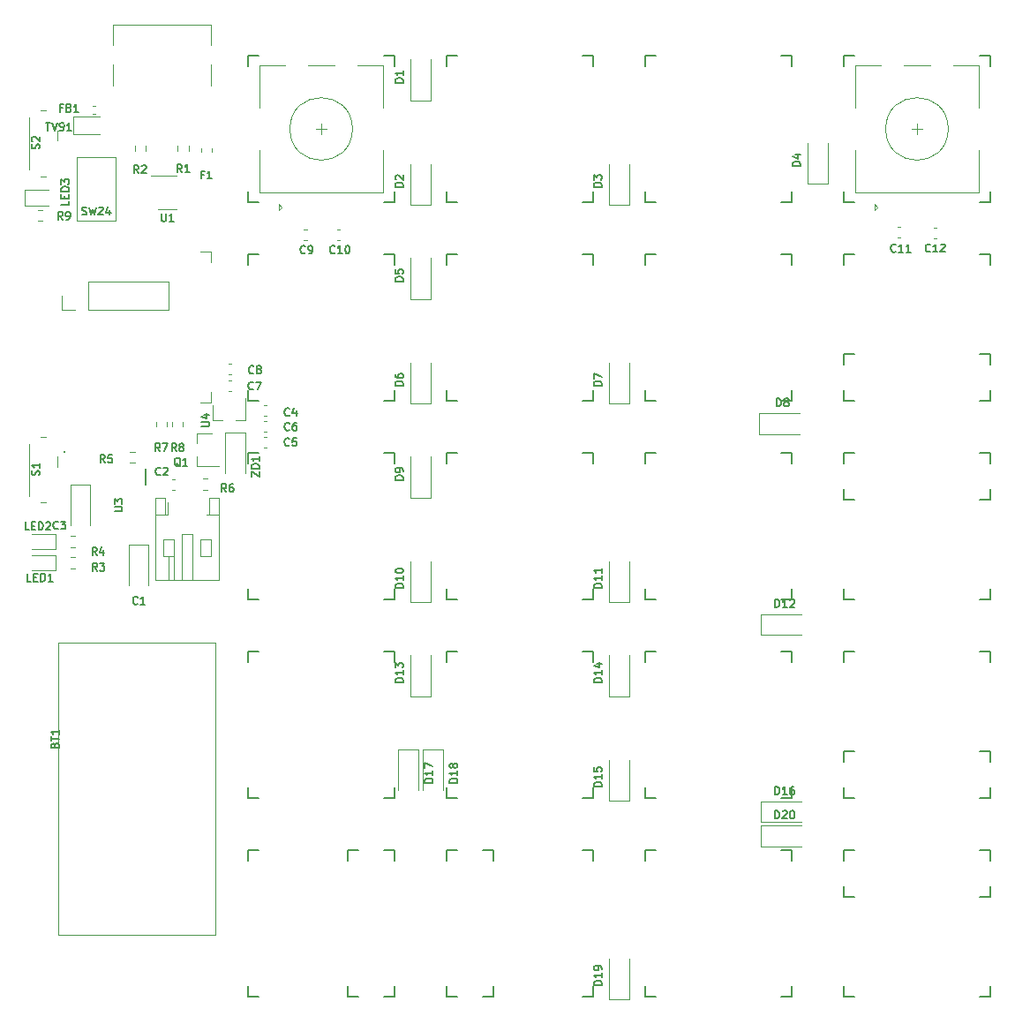
<source format=gbr>
%TF.GenerationSoftware,KiCad,Pcbnew,(5.1.9)-1*%
%TF.CreationDate,2021-08-24T14:53:50+02:00*%
%TF.ProjectId,unWired refernce,756e5769-7265-4642-9072-656665726e63,rev?*%
%TF.SameCoordinates,Original*%
%TF.FileFunction,Legend,Top*%
%TF.FilePolarity,Positive*%
%FSLAX46Y46*%
G04 Gerber Fmt 4.6, Leading zero omitted, Abs format (unit mm)*
G04 Created by KiCad (PCBNEW (5.1.9)-1) date 2021-08-24 14:53:50*
%MOMM*%
%LPD*%
G01*
G04 APERTURE LIST*
%ADD10C,0.200000*%
%ADD11C,0.100000*%
%ADD12C,0.120000*%
%ADD13C,0.150000*%
G04 APERTURE END LIST*
D10*
%TO.C,S2*%
X41860000Y-48960000D02*
G75*
G02*
X41860000Y-48860000I0J50000D01*
G01*
X41860000Y-48860000D02*
G75*
G02*
X41860000Y-48960000I0J-50000D01*
G01*
X41860000Y-48960000D02*
G75*
G02*
X41860000Y-48860000I0J50000D01*
G01*
D11*
X38450000Y-48140000D02*
X38450000Y-53140000D01*
X38450000Y-53140000D02*
X38450000Y-53140000D01*
X38450000Y-53140000D02*
X38450000Y-48140000D01*
X38450000Y-48140000D02*
X38450000Y-48140000D01*
X41150000Y-49390000D02*
X41150000Y-50390000D01*
X41150000Y-50390000D02*
X41150000Y-50390000D01*
X41150000Y-50390000D02*
X41150000Y-49390000D01*
X41150000Y-49390000D02*
X41150000Y-49390000D01*
X40050000Y-47490000D02*
X40050000Y-47490000D01*
X40050000Y-47490000D02*
X39550000Y-47490000D01*
X39550000Y-47490000D02*
X39550000Y-47490000D01*
X39550000Y-47490000D02*
X40050000Y-47490000D01*
X40050000Y-53790000D02*
X40050000Y-53790000D01*
X40050000Y-53790000D02*
X39550000Y-53790000D01*
X39550000Y-53790000D02*
X39550000Y-53790000D01*
X39550000Y-53790000D02*
X40050000Y-53790000D01*
D10*
X41860000Y-48860000D02*
X41860000Y-48860000D01*
X41860000Y-48960000D02*
X41860000Y-48960000D01*
X41860000Y-48860000D02*
X41860000Y-48860000D01*
%TO.C,S1*%
X41860000Y-80260000D02*
G75*
G02*
X41860000Y-80160000I0J50000D01*
G01*
X41860000Y-80160000D02*
G75*
G02*
X41860000Y-80260000I0J-50000D01*
G01*
X41860000Y-80260000D02*
G75*
G02*
X41860000Y-80160000I0J50000D01*
G01*
D11*
X38450000Y-79440000D02*
X38450000Y-84440000D01*
X38450000Y-84440000D02*
X38450000Y-84440000D01*
X38450000Y-84440000D02*
X38450000Y-79440000D01*
X38450000Y-79440000D02*
X38450000Y-79440000D01*
X41150000Y-80690000D02*
X41150000Y-81690000D01*
X41150000Y-81690000D02*
X41150000Y-81690000D01*
X41150000Y-81690000D02*
X41150000Y-80690000D01*
X41150000Y-80690000D02*
X41150000Y-80690000D01*
X40050000Y-78790000D02*
X40050000Y-78790000D01*
X40050000Y-78790000D02*
X39550000Y-78790000D01*
X39550000Y-78790000D02*
X39550000Y-78790000D01*
X39550000Y-78790000D02*
X40050000Y-78790000D01*
X40050000Y-85090000D02*
X40050000Y-85090000D01*
X40050000Y-85090000D02*
X39550000Y-85090000D01*
X39550000Y-85090000D02*
X39550000Y-85090000D01*
X39550000Y-85090000D02*
X40050000Y-85090000D01*
D10*
X41860000Y-80160000D02*
X41860000Y-80160000D01*
X41860000Y-80260000D02*
X41860000Y-80260000D01*
X41860000Y-80160000D02*
X41860000Y-80160000D01*
D12*
%TO.C,R9*%
X39292742Y-57047500D02*
X39767258Y-57047500D01*
X39292742Y-58092500D02*
X39767258Y-58092500D01*
%TO.C,LED3*%
X40350000Y-55105000D02*
X38065000Y-55105000D01*
X38065000Y-55105000D02*
X38065000Y-56575000D01*
X38065000Y-56575000D02*
X40350000Y-56575000D01*
%TO.C,J3*%
X51870000Y-66580000D02*
X51870000Y-63920000D01*
X44190000Y-66580000D02*
X51870000Y-66580000D01*
X44190000Y-63920000D02*
X51870000Y-63920000D01*
X44190000Y-66580000D02*
X44190000Y-63920000D01*
X42920000Y-66580000D02*
X41590000Y-66580000D01*
X41590000Y-66580000D02*
X41590000Y-65250000D01*
%TO.C,U2*%
X54880000Y-75520000D02*
X55880000Y-75520000D01*
X54880000Y-61020000D02*
X55880000Y-61020000D01*
X55880000Y-62020000D02*
X55880000Y-61020000D01*
X55880000Y-74520000D02*
X55880000Y-75520000D01*
D10*
%TO.C,U3*%
X49675000Y-81865000D02*
X49675000Y-83390000D01*
D12*
%TO.C,BT1*%
X41310000Y-98510000D02*
X56310000Y-98510000D01*
X41310000Y-126510000D02*
X41310000Y-98510000D01*
X56310000Y-126510000D02*
X41310000Y-126510000D01*
X56310000Y-98510000D02*
X56310000Y-126510000D01*
%TO.C,ENC2*%
X126650000Y-49250000D02*
G75*
G03*
X126650000Y-49250000I-3000000J0D01*
G01*
X117750000Y-47250000D02*
X117750000Y-43150000D01*
X129550000Y-43150000D02*
X129550000Y-47250000D01*
X129550000Y-51250000D02*
X129550000Y-55350000D01*
X117750000Y-51250000D02*
X117750000Y-55350000D01*
X117750000Y-55350000D02*
X129550000Y-55350000D01*
X119850000Y-56750000D02*
X119550000Y-57050000D01*
X119550000Y-57050000D02*
X119550000Y-56450000D01*
X119550000Y-56450000D02*
X119850000Y-56750000D01*
X117750000Y-43150000D02*
X120150000Y-43150000D01*
X122350000Y-43150000D02*
X124950000Y-43150000D01*
X127150000Y-43150000D02*
X129550000Y-43150000D01*
X123150000Y-49250000D02*
X124150000Y-49250000D01*
X123650000Y-49750000D02*
X123650000Y-48750000D01*
%TO.C,ENC1*%
X69500000Y-49250000D02*
G75*
G03*
X69500000Y-49250000I-3000000J0D01*
G01*
X60600000Y-47250000D02*
X60600000Y-43150000D01*
X72400000Y-43150000D02*
X72400000Y-47250000D01*
X72400000Y-51250000D02*
X72400000Y-55350000D01*
X60600000Y-51250000D02*
X60600000Y-55350000D01*
X60600000Y-55350000D02*
X72400000Y-55350000D01*
X62700000Y-56750000D02*
X62400000Y-57050000D01*
X62400000Y-57050000D02*
X62400000Y-56450000D01*
X62400000Y-56450000D02*
X62700000Y-56750000D01*
X60600000Y-43150000D02*
X63000000Y-43150000D01*
X65200000Y-43150000D02*
X67800000Y-43150000D01*
X70000000Y-43150000D02*
X72400000Y-43150000D01*
X66000000Y-49250000D02*
X67000000Y-49250000D01*
X66500000Y-49750000D02*
X66500000Y-48750000D01*
%TO.C,J2*%
X51770000Y-86250000D02*
X51770000Y-85035000D01*
X51830000Y-90210000D02*
X51830000Y-92470000D01*
X52330000Y-90210000D02*
X52330000Y-92470000D01*
X54930000Y-88610000D02*
X55930000Y-88610000D01*
X54930000Y-90210000D02*
X54930000Y-88610000D01*
X55930000Y-90210000D02*
X54930000Y-90210000D01*
X55930000Y-88610000D02*
X55930000Y-90210000D01*
X52330000Y-88610000D02*
X51330000Y-88610000D01*
X52330000Y-90210000D02*
X52330000Y-88610000D01*
X51330000Y-90210000D02*
X52330000Y-90210000D01*
X51330000Y-88610000D02*
X51330000Y-90210000D01*
X56690000Y-86250000D02*
X55770000Y-86250000D01*
X50570000Y-86250000D02*
X51490000Y-86250000D01*
X54130000Y-88110000D02*
X54130000Y-92470000D01*
X53130000Y-88110000D02*
X54130000Y-88110000D01*
X53130000Y-92470000D02*
X53130000Y-88110000D01*
X55770000Y-86250000D02*
X55490000Y-86250000D01*
X55770000Y-84650000D02*
X55770000Y-86250000D01*
X56690000Y-84650000D02*
X55770000Y-84650000D01*
X56690000Y-92470000D02*
X56690000Y-84650000D01*
X50570000Y-92470000D02*
X56690000Y-92470000D01*
X50570000Y-84650000D02*
X50570000Y-92470000D01*
X51490000Y-84650000D02*
X50570000Y-84650000D01*
X51490000Y-86250000D02*
X51490000Y-84650000D01*
X51770000Y-86250000D02*
X51490000Y-86250000D01*
%TO.C,Q1*%
X54550000Y-78440000D02*
X56010000Y-78440000D01*
X54550000Y-81600000D02*
X56710000Y-81600000D01*
X54550000Y-81600000D02*
X54550000Y-80670000D01*
X54550000Y-78440000D02*
X54550000Y-79370000D01*
%TO.C,SW24*%
X43092000Y-58051000D02*
X43092000Y-51931000D01*
X43092000Y-51931000D02*
X46792000Y-51931000D01*
X46792000Y-51931000D02*
X46792000Y-58051000D01*
X46792000Y-58051000D02*
X43092000Y-58051000D01*
D13*
%TO.C,SW20*%
X130650000Y-118450000D02*
X130650000Y-119450000D01*
X129650000Y-132450000D02*
X130650000Y-132450000D01*
X130650000Y-118450000D02*
X129650000Y-118450000D01*
X130650000Y-131450000D02*
X130650000Y-132450000D01*
X116650000Y-132450000D02*
X116650000Y-131450000D01*
X117650000Y-118450000D02*
X116650000Y-118450000D01*
X116650000Y-132450000D02*
X117650000Y-132450000D01*
X116650000Y-119450000D02*
X116650000Y-118450000D01*
%TO.C,SW19*%
X111600000Y-118450000D02*
X111600000Y-119450000D01*
X110600000Y-132450000D02*
X111600000Y-132450000D01*
X111600000Y-118450000D02*
X110600000Y-118450000D01*
X111600000Y-131450000D02*
X111600000Y-132450000D01*
X97600000Y-132450000D02*
X97600000Y-131450000D01*
X98600000Y-118450000D02*
X97600000Y-118450000D01*
X97600000Y-132450000D02*
X98600000Y-132450000D01*
X97600000Y-119450000D02*
X97600000Y-118450000D01*
%TO.C,SW18*%
X92550000Y-118450000D02*
X92550000Y-119450000D01*
X91550000Y-132450000D02*
X92550000Y-132450000D01*
X92550000Y-118450000D02*
X91550000Y-118450000D01*
X92550000Y-131450000D02*
X92550000Y-132450000D01*
X78550000Y-132450000D02*
X78550000Y-131450000D01*
X79550000Y-118450000D02*
X78550000Y-118450000D01*
X78550000Y-132450000D02*
X79550000Y-132450000D01*
X78550000Y-119450000D02*
X78550000Y-118450000D01*
%TO.C,SW17*%
X73500000Y-118450000D02*
X73500000Y-119450000D01*
X72500000Y-132450000D02*
X73500000Y-132450000D01*
X73500000Y-118450000D02*
X72500000Y-118450000D01*
X73500000Y-131450000D02*
X73500000Y-132450000D01*
X59500000Y-132450000D02*
X59500000Y-131450000D01*
X60500000Y-118450000D02*
X59500000Y-118450000D01*
X59500000Y-132450000D02*
X60500000Y-132450000D01*
X59500000Y-119450000D02*
X59500000Y-118450000D01*
%TO.C,SW23*%
X83025000Y-118450000D02*
X83025000Y-119450000D01*
X82025000Y-132450000D02*
X83025000Y-132450000D01*
X83025000Y-118450000D02*
X82025000Y-118450000D01*
X83025000Y-131450000D02*
X83025000Y-132450000D01*
X69025000Y-132450000D02*
X69025000Y-131450000D01*
X70025000Y-118450000D02*
X69025000Y-118450000D01*
X69025000Y-132450000D02*
X70025000Y-132450000D01*
X69025000Y-119450000D02*
X69025000Y-118450000D01*
%TO.C,SW22*%
X116650000Y-122925000D02*
X116650000Y-121925000D01*
X117650000Y-108925000D02*
X116650000Y-108925000D01*
X116650000Y-122925000D02*
X117650000Y-122925000D01*
X116650000Y-109925000D02*
X116650000Y-108925000D01*
X130650000Y-108925000D02*
X130650000Y-109925000D01*
X129650000Y-122925000D02*
X130650000Y-122925000D01*
X130650000Y-108925000D02*
X129650000Y-108925000D01*
X130650000Y-121925000D02*
X130650000Y-122925000D01*
%TO.C,SW16*%
X130650000Y-112400000D02*
X130650000Y-113400000D01*
X130650000Y-99400000D02*
X129650000Y-99400000D01*
X129650000Y-113400000D02*
X130650000Y-113400000D01*
X130650000Y-99400000D02*
X130650000Y-100400000D01*
X116650000Y-100400000D02*
X116650000Y-99400000D01*
X116650000Y-113400000D02*
X117650000Y-113400000D01*
X117650000Y-99400000D02*
X116650000Y-99400000D01*
X116650000Y-113400000D02*
X116650000Y-112400000D01*
%TO.C,SW15*%
X111600000Y-99400000D02*
X111600000Y-100400000D01*
X110600000Y-113400000D02*
X111600000Y-113400000D01*
X111600000Y-99400000D02*
X110600000Y-99400000D01*
X111600000Y-112400000D02*
X111600000Y-113400000D01*
X97600000Y-113400000D02*
X97600000Y-112400000D01*
X98600000Y-99400000D02*
X97600000Y-99400000D01*
X97600000Y-113400000D02*
X98600000Y-113400000D01*
X97600000Y-100400000D02*
X97600000Y-99400000D01*
%TO.C,SW14*%
X92550000Y-99400000D02*
X92550000Y-100400000D01*
X91550000Y-113400000D02*
X92550000Y-113400000D01*
X92550000Y-99400000D02*
X91550000Y-99400000D01*
X92550000Y-112400000D02*
X92550000Y-113400000D01*
X78550000Y-113400000D02*
X78550000Y-112400000D01*
X79550000Y-99400000D02*
X78550000Y-99400000D01*
X78550000Y-113400000D02*
X79550000Y-113400000D01*
X78550000Y-100400000D02*
X78550000Y-99400000D01*
%TO.C,SW13*%
X73500000Y-99400000D02*
X73500000Y-100400000D01*
X72500000Y-113400000D02*
X73500000Y-113400000D01*
X73500000Y-99400000D02*
X72500000Y-99400000D01*
X73500000Y-112400000D02*
X73500000Y-113400000D01*
X59500000Y-113400000D02*
X59500000Y-112400000D01*
X60500000Y-99400000D02*
X59500000Y-99400000D01*
X59500000Y-113400000D02*
X60500000Y-113400000D01*
X59500000Y-100400000D02*
X59500000Y-99400000D01*
%TO.C,SW21*%
X116650000Y-84825000D02*
X116650000Y-83825000D01*
X117650000Y-70825000D02*
X116650000Y-70825000D01*
X116650000Y-84825000D02*
X117650000Y-84825000D01*
X116650000Y-71825000D02*
X116650000Y-70825000D01*
X130650000Y-70825000D02*
X130650000Y-71825000D01*
X129650000Y-84825000D02*
X130650000Y-84825000D01*
X130650000Y-70825000D02*
X129650000Y-70825000D01*
X130650000Y-83825000D02*
X130650000Y-84825000D01*
%TO.C,SW12*%
X130650000Y-80350000D02*
X130650000Y-81350000D01*
X129650000Y-94350000D02*
X130650000Y-94350000D01*
X130650000Y-80350000D02*
X129650000Y-80350000D01*
X130650000Y-93350000D02*
X130650000Y-94350000D01*
X116650000Y-94350000D02*
X116650000Y-93350000D01*
X117650000Y-80350000D02*
X116650000Y-80350000D01*
X116650000Y-94350000D02*
X117650000Y-94350000D01*
X116650000Y-81350000D02*
X116650000Y-80350000D01*
%TO.C,SW11*%
X111600000Y-80350000D02*
X111600000Y-81350000D01*
X110600000Y-94350000D02*
X111600000Y-94350000D01*
X111600000Y-80350000D02*
X110600000Y-80350000D01*
X111600000Y-93350000D02*
X111600000Y-94350000D01*
X97600000Y-94350000D02*
X97600000Y-93350000D01*
X98600000Y-80350000D02*
X97600000Y-80350000D01*
X97600000Y-94350000D02*
X98600000Y-94350000D01*
X97600000Y-81350000D02*
X97600000Y-80350000D01*
%TO.C,SW10*%
X92550000Y-80350000D02*
X92550000Y-81350000D01*
X91550000Y-94350000D02*
X92550000Y-94350000D01*
X92550000Y-80350000D02*
X91550000Y-80350000D01*
X92550000Y-93350000D02*
X92550000Y-94350000D01*
X78550000Y-94350000D02*
X78550000Y-93350000D01*
X79550000Y-80350000D02*
X78550000Y-80350000D01*
X78550000Y-94350000D02*
X79550000Y-94350000D01*
X78550000Y-81350000D02*
X78550000Y-80350000D01*
%TO.C,SW9*%
X73500000Y-80350000D02*
X73500000Y-81350000D01*
X72500000Y-94350000D02*
X73500000Y-94350000D01*
X73500000Y-80350000D02*
X72500000Y-80350000D01*
X73500000Y-93350000D02*
X73500000Y-94350000D01*
X59500000Y-94350000D02*
X59500000Y-93350000D01*
X60500000Y-80350000D02*
X59500000Y-80350000D01*
X59500000Y-94350000D02*
X60500000Y-94350000D01*
X59500000Y-81350000D02*
X59500000Y-80350000D01*
%TO.C,SW8*%
X116650000Y-75300000D02*
X116650000Y-74300000D01*
X117650000Y-61300000D02*
X116650000Y-61300000D01*
X116650000Y-75300000D02*
X117650000Y-75300000D01*
X116650000Y-62300000D02*
X116650000Y-61300000D01*
X130650000Y-61300000D02*
X130650000Y-62300000D01*
X129650000Y-75300000D02*
X130650000Y-75300000D01*
X130650000Y-61300000D02*
X129650000Y-61300000D01*
X130650000Y-74300000D02*
X130650000Y-75300000D01*
%TO.C,SW7*%
X111600000Y-61300000D02*
X111600000Y-62300000D01*
X110600000Y-75300000D02*
X111600000Y-75300000D01*
X111600000Y-61300000D02*
X110600000Y-61300000D01*
X111600000Y-74300000D02*
X111600000Y-75300000D01*
X97600000Y-75300000D02*
X97600000Y-74300000D01*
X98600000Y-61300000D02*
X97600000Y-61300000D01*
X97600000Y-75300000D02*
X98600000Y-75300000D01*
X97600000Y-62300000D02*
X97600000Y-61300000D01*
%TO.C,SW6*%
X92550000Y-61300000D02*
X92550000Y-62300000D01*
X91550000Y-75300000D02*
X92550000Y-75300000D01*
X92550000Y-61300000D02*
X91550000Y-61300000D01*
X92550000Y-74300000D02*
X92550000Y-75300000D01*
X78550000Y-75300000D02*
X78550000Y-74300000D01*
X79550000Y-61300000D02*
X78550000Y-61300000D01*
X78550000Y-75300000D02*
X79550000Y-75300000D01*
X78550000Y-62300000D02*
X78550000Y-61300000D01*
%TO.C,SW5*%
X73500000Y-61300000D02*
X73500000Y-62300000D01*
X72500000Y-75300000D02*
X73500000Y-75300000D01*
X73500000Y-61300000D02*
X72500000Y-61300000D01*
X73500000Y-74300000D02*
X73500000Y-75300000D01*
X59500000Y-75300000D02*
X59500000Y-74300000D01*
X60500000Y-61300000D02*
X59500000Y-61300000D01*
X59500000Y-75300000D02*
X60500000Y-75300000D01*
X59500000Y-62300000D02*
X59500000Y-61300000D01*
%TO.C,SW4*%
X130650000Y-42250000D02*
X130650000Y-43250000D01*
X129650000Y-56250000D02*
X130650000Y-56250000D01*
X130650000Y-42250000D02*
X129650000Y-42250000D01*
X130650000Y-55250000D02*
X130650000Y-56250000D01*
X116650000Y-56250000D02*
X116650000Y-55250000D01*
X117650000Y-42250000D02*
X116650000Y-42250000D01*
X116650000Y-56250000D02*
X117650000Y-56250000D01*
X116650000Y-43250000D02*
X116650000Y-42250000D01*
%TO.C,SW3*%
X111600000Y-42250000D02*
X111600000Y-43250000D01*
X110600000Y-56250000D02*
X111600000Y-56250000D01*
X111600000Y-42250000D02*
X110600000Y-42250000D01*
X111600000Y-55250000D02*
X111600000Y-56250000D01*
X97600000Y-56250000D02*
X97600000Y-55250000D01*
X98600000Y-42250000D02*
X97600000Y-42250000D01*
X97600000Y-56250000D02*
X98600000Y-56250000D01*
X97600000Y-43250000D02*
X97600000Y-42250000D01*
%TO.C,SW2*%
X92550000Y-42250000D02*
X92550000Y-43250000D01*
X91550000Y-56250000D02*
X92550000Y-56250000D01*
X92550000Y-42250000D02*
X91550000Y-42250000D01*
X92550000Y-55250000D02*
X92550000Y-56250000D01*
X78550000Y-56250000D02*
X78550000Y-55250000D01*
X79550000Y-42250000D02*
X78550000Y-42250000D01*
X78550000Y-56250000D02*
X79550000Y-56250000D01*
X78550000Y-43250000D02*
X78550000Y-42250000D01*
%TO.C,SW1*%
X73500000Y-42250000D02*
X73500000Y-43250000D01*
X72500000Y-56250000D02*
X73500000Y-56250000D01*
X73500000Y-42250000D02*
X72500000Y-42250000D01*
X73500000Y-55250000D02*
X73500000Y-56250000D01*
X59500000Y-56250000D02*
X59500000Y-55250000D01*
X60500000Y-42250000D02*
X59500000Y-42250000D01*
X59500000Y-56250000D02*
X60500000Y-56250000D01*
X59500000Y-43250000D02*
X59500000Y-42250000D01*
D12*
%TO.C,D20*%
X108690000Y-116050000D02*
X112590000Y-116050000D01*
X108690000Y-118050000D02*
X112590000Y-118050000D01*
X108690000Y-116050000D02*
X108690000Y-118050000D01*
%TO.C,D19*%
X94075000Y-132700000D02*
X94075000Y-128800000D01*
X96075000Y-132700000D02*
X96075000Y-128800000D01*
X94075000Y-132700000D02*
X96075000Y-132700000D01*
%TO.C,D18*%
X78220000Y-108800000D02*
X78220000Y-112700000D01*
X76220000Y-108800000D02*
X76220000Y-112700000D01*
X78220000Y-108800000D02*
X76220000Y-108800000D01*
%TO.C,D17*%
X75840000Y-108790000D02*
X75840000Y-112690000D01*
X73840000Y-108790000D02*
X73840000Y-112690000D01*
X75840000Y-108790000D02*
X73840000Y-108790000D01*
%TO.C,D16*%
X108690000Y-113750000D02*
X112590000Y-113750000D01*
X108690000Y-115750000D02*
X112590000Y-115750000D01*
X108690000Y-113750000D02*
X108690000Y-115750000D01*
%TO.C,D15*%
X94075000Y-113650000D02*
X94075000Y-109750000D01*
X96075000Y-113650000D02*
X96075000Y-109750000D01*
X94075000Y-113650000D02*
X96075000Y-113650000D01*
%TO.C,D14*%
X94075000Y-103650000D02*
X94075000Y-99750000D01*
X96075000Y-103650000D02*
X96075000Y-99750000D01*
X94075000Y-103650000D02*
X96075000Y-103650000D01*
%TO.C,D13*%
X75025000Y-103650000D02*
X75025000Y-99750000D01*
X77025000Y-103650000D02*
X77025000Y-99750000D01*
X75025000Y-103650000D02*
X77025000Y-103650000D01*
%TO.C,D12*%
X108690000Y-95790000D02*
X112590000Y-95790000D01*
X108690000Y-97790000D02*
X112590000Y-97790000D01*
X108690000Y-95790000D02*
X108690000Y-97790000D01*
%TO.C,D11*%
X94075000Y-94600000D02*
X94075000Y-90700000D01*
X96075000Y-94600000D02*
X96075000Y-90700000D01*
X94075000Y-94600000D02*
X96075000Y-94600000D01*
%TO.C,D10*%
X75025000Y-94600000D02*
X75025000Y-90700000D01*
X77025000Y-94600000D02*
X77025000Y-90700000D01*
X75025000Y-94600000D02*
X77025000Y-94600000D01*
%TO.C,D9*%
X75025000Y-84600000D02*
X75025000Y-80700000D01*
X77025000Y-84600000D02*
X77025000Y-80700000D01*
X75025000Y-84600000D02*
X77025000Y-84600000D01*
%TO.C,D8*%
X108500000Y-76510000D02*
X112400000Y-76510000D01*
X108500000Y-78510000D02*
X112400000Y-78510000D01*
X108500000Y-76510000D02*
X108500000Y-78510000D01*
%TO.C,D7*%
X94075000Y-75550000D02*
X94075000Y-71650000D01*
X96075000Y-75550000D02*
X96075000Y-71650000D01*
X94075000Y-75550000D02*
X96075000Y-75550000D01*
%TO.C,D6*%
X75025000Y-75550000D02*
X75025000Y-71650000D01*
X77025000Y-75550000D02*
X77025000Y-71650000D01*
X75025000Y-75550000D02*
X77025000Y-75550000D01*
%TO.C,D5*%
X75025000Y-65550000D02*
X75025000Y-61650000D01*
X77025000Y-65550000D02*
X77025000Y-61650000D01*
X75025000Y-65550000D02*
X77025000Y-65550000D01*
%TO.C,D4*%
X113125000Y-54500000D02*
X113125000Y-50600000D01*
X115125000Y-54500000D02*
X115125000Y-50600000D01*
X113125000Y-54500000D02*
X115125000Y-54500000D01*
%TO.C,D3*%
X94075000Y-56500000D02*
X94075000Y-52600000D01*
X96075000Y-56500000D02*
X96075000Y-52600000D01*
X94075000Y-56500000D02*
X96075000Y-56500000D01*
%TO.C,D2*%
X75025000Y-56500000D02*
X75025000Y-52600000D01*
X77025000Y-56500000D02*
X77025000Y-52600000D01*
X75025000Y-56500000D02*
X77025000Y-56500000D01*
%TO.C,D1*%
X75025000Y-46500000D02*
X75025000Y-42600000D01*
X77025000Y-46500000D02*
X77025000Y-42600000D01*
X75025000Y-46500000D02*
X77025000Y-46500000D01*
%TO.C,C12*%
X125239420Y-59730000D02*
X125520580Y-59730000D01*
X125239420Y-58710000D02*
X125520580Y-58710000D01*
%TO.C,C11*%
X121779420Y-59700000D02*
X122060580Y-59700000D01*
X121779420Y-58680000D02*
X122060580Y-58680000D01*
%TO.C,C10*%
X67989420Y-59920000D02*
X68270580Y-59920000D01*
X67989420Y-58900000D02*
X68270580Y-58900000D01*
%TO.C,C9*%
X64829420Y-59910000D02*
X65110580Y-59910000D01*
X64829420Y-58890000D02*
X65110580Y-58890000D01*
%TO.C,R8*%
X53252500Y-77817258D02*
X53252500Y-77342742D01*
X52207500Y-77817258D02*
X52207500Y-77342742D01*
%TO.C,R7*%
X50657500Y-77342742D02*
X50657500Y-77817258D01*
X51702500Y-77342742D02*
X51702500Y-77817258D01*
%TO.C,U4*%
X56080000Y-77200000D02*
X56080000Y-75740000D01*
X59240000Y-77200000D02*
X59240000Y-75040000D01*
X59240000Y-77200000D02*
X58310000Y-77200000D01*
X56080000Y-77200000D02*
X57010000Y-77200000D01*
%TO.C,C8*%
X57621420Y-72807000D02*
X57902580Y-72807000D01*
X57621420Y-71787000D02*
X57902580Y-71787000D01*
%TO.C,C7*%
X57621420Y-74397000D02*
X57902580Y-74397000D01*
X57621420Y-73377000D02*
X57902580Y-73377000D01*
%TO.C,C6*%
X60985420Y-78254000D02*
X61266580Y-78254000D01*
X60985420Y-77234000D02*
X61266580Y-77234000D01*
%TO.C,C5*%
X60979420Y-79780000D02*
X61260580Y-79780000D01*
X60979420Y-78760000D02*
X61260580Y-78760000D01*
%TO.C,C4*%
X60985420Y-76730000D02*
X61266580Y-76730000D01*
X60985420Y-75710000D02*
X61266580Y-75710000D01*
%TO.C,R6*%
X55134742Y-83850500D02*
X55609258Y-83850500D01*
X55134742Y-82805500D02*
X55609258Y-82805500D01*
%TO.C,ZD1*%
X59240000Y-78370000D02*
X59240000Y-82270000D01*
X57240000Y-78370000D02*
X57240000Y-82270000D01*
X59240000Y-78370000D02*
X57240000Y-78370000D01*
%TO.C,C3*%
X42465000Y-83370000D02*
X42465000Y-87280000D01*
X44335000Y-83370000D02*
X42465000Y-83370000D01*
X44335000Y-87280000D02*
X44335000Y-83370000D01*
%TO.C,LED1*%
X41005000Y-90137000D02*
X38720000Y-90137000D01*
X41005000Y-91607000D02*
X41005000Y-90137000D01*
X38720000Y-91607000D02*
X41005000Y-91607000D01*
%TO.C,LED2*%
X41005000Y-88083000D02*
X38720000Y-88083000D01*
X41005000Y-89553000D02*
X41005000Y-88083000D01*
X38720000Y-89553000D02*
X41005000Y-89553000D01*
%TO.C,C2*%
X52464580Y-82818000D02*
X52183420Y-82818000D01*
X52464580Y-83838000D02*
X52183420Y-83838000D01*
%TO.C,C1*%
X48055000Y-89110000D02*
X48055000Y-93020000D01*
X49925000Y-89110000D02*
X48055000Y-89110000D01*
X49925000Y-93020000D02*
X49925000Y-89110000D01*
%TO.C,R5*%
X48637258Y-80247500D02*
X48162742Y-80247500D01*
X48637258Y-81292500D02*
X48162742Y-81292500D01*
%TO.C,R4*%
X42917258Y-88295500D02*
X42442742Y-88295500D01*
X42917258Y-89340500D02*
X42442742Y-89340500D01*
%TO.C,R3*%
X42442742Y-91394500D02*
X42917258Y-91394500D01*
X42442742Y-90349500D02*
X42917258Y-90349500D01*
%TO.C,TVS1*%
X42696000Y-48045000D02*
X45246000Y-48045000D01*
X42696000Y-49745000D02*
X45246000Y-49745000D01*
X42696000Y-48045000D02*
X42696000Y-49745000D01*
%TO.C,F1*%
X55990000Y-51488335D02*
X55990000Y-51111665D01*
X54970000Y-51488335D02*
X54970000Y-51111665D01*
%TO.C,FB1*%
X44536379Y-47780000D02*
X44871621Y-47780000D01*
X44536379Y-47020000D02*
X44871621Y-47020000D01*
%TO.C,J1*%
X55930000Y-39270000D02*
X46530000Y-39270000D01*
X46530000Y-45070000D02*
X46530000Y-43070000D01*
X46530000Y-41170000D02*
X46530000Y-39270000D01*
X55930000Y-45070000D02*
X55930000Y-43070000D01*
X55930000Y-41170000D02*
X55930000Y-39270000D01*
%TO.C,R2*%
X48627500Y-51337258D02*
X48627500Y-50862742D01*
X49672500Y-51337258D02*
X49672500Y-50862742D01*
%TO.C,R1*%
X52737500Y-51337258D02*
X52737500Y-50862742D01*
X53782500Y-51337258D02*
X53782500Y-50862742D01*
%TO.C,U1*%
X50810000Y-56920000D02*
X52610000Y-56920000D01*
X52610000Y-53700000D02*
X50160000Y-53700000D01*
%TO.C,S2*%
D13*
X39453571Y-51151428D02*
X39489285Y-51044285D01*
X39489285Y-50865714D01*
X39453571Y-50794285D01*
X39417857Y-50758571D01*
X39346428Y-50722857D01*
X39275000Y-50722857D01*
X39203571Y-50758571D01*
X39167857Y-50794285D01*
X39132142Y-50865714D01*
X39096428Y-51008571D01*
X39060714Y-51080000D01*
X39025000Y-51115714D01*
X38953571Y-51151428D01*
X38882142Y-51151428D01*
X38810714Y-51115714D01*
X38775000Y-51080000D01*
X38739285Y-51008571D01*
X38739285Y-50830000D01*
X38775000Y-50722857D01*
X38810714Y-50437142D02*
X38775000Y-50401428D01*
X38739285Y-50330000D01*
X38739285Y-50151428D01*
X38775000Y-50080000D01*
X38810714Y-50044285D01*
X38882142Y-50008571D01*
X38953571Y-50008571D01*
X39060714Y-50044285D01*
X39489285Y-50472857D01*
X39489285Y-50008571D01*
%TO.C,S1*%
X39453571Y-82451428D02*
X39489285Y-82344285D01*
X39489285Y-82165714D01*
X39453571Y-82094285D01*
X39417857Y-82058571D01*
X39346428Y-82022857D01*
X39275000Y-82022857D01*
X39203571Y-82058571D01*
X39167857Y-82094285D01*
X39132142Y-82165714D01*
X39096428Y-82308571D01*
X39060714Y-82380000D01*
X39025000Y-82415714D01*
X38953571Y-82451428D01*
X38882142Y-82451428D01*
X38810714Y-82415714D01*
X38775000Y-82380000D01*
X38739285Y-82308571D01*
X38739285Y-82130000D01*
X38775000Y-82022857D01*
X39489285Y-81308571D02*
X39489285Y-81737142D01*
X39489285Y-81522857D02*
X38739285Y-81522857D01*
X38846428Y-81594285D01*
X38917857Y-81665714D01*
X38953571Y-81737142D01*
%TO.C,R9*%
X41705000Y-57949285D02*
X41455000Y-57592142D01*
X41276428Y-57949285D02*
X41276428Y-57199285D01*
X41562142Y-57199285D01*
X41633571Y-57235000D01*
X41669285Y-57270714D01*
X41705000Y-57342142D01*
X41705000Y-57449285D01*
X41669285Y-57520714D01*
X41633571Y-57556428D01*
X41562142Y-57592142D01*
X41276428Y-57592142D01*
X42062142Y-57949285D02*
X42205000Y-57949285D01*
X42276428Y-57913571D01*
X42312142Y-57877857D01*
X42383571Y-57770714D01*
X42419285Y-57627857D01*
X42419285Y-57342142D01*
X42383571Y-57270714D01*
X42347857Y-57235000D01*
X42276428Y-57199285D01*
X42133571Y-57199285D01*
X42062142Y-57235000D01*
X42026428Y-57270714D01*
X41990714Y-57342142D01*
X41990714Y-57520714D01*
X42026428Y-57592142D01*
X42062142Y-57627857D01*
X42133571Y-57663571D01*
X42276428Y-57663571D01*
X42347857Y-57627857D01*
X42383571Y-57592142D01*
X42419285Y-57520714D01*
%TO.C,LED3*%
X42289285Y-56149285D02*
X42289285Y-56506428D01*
X41539285Y-56506428D01*
X41896428Y-55899285D02*
X41896428Y-55649285D01*
X42289285Y-55542142D02*
X42289285Y-55899285D01*
X41539285Y-55899285D01*
X41539285Y-55542142D01*
X42289285Y-55220714D02*
X41539285Y-55220714D01*
X41539285Y-55042142D01*
X41575000Y-54935000D01*
X41646428Y-54863571D01*
X41717857Y-54827857D01*
X41860714Y-54792142D01*
X41967857Y-54792142D01*
X42110714Y-54827857D01*
X42182142Y-54863571D01*
X42253571Y-54935000D01*
X42289285Y-55042142D01*
X42289285Y-55220714D01*
X41539285Y-54542142D02*
X41539285Y-54077857D01*
X41825000Y-54327857D01*
X41825000Y-54220714D01*
X41860714Y-54149285D01*
X41896428Y-54113571D01*
X41967857Y-54077857D01*
X42146428Y-54077857D01*
X42217857Y-54113571D01*
X42253571Y-54149285D01*
X42289285Y-54220714D01*
X42289285Y-54435000D01*
X42253571Y-54506428D01*
X42217857Y-54542142D01*
%TO.C,U3*%
X46659285Y-85911428D02*
X47266428Y-85911428D01*
X47337857Y-85875714D01*
X47373571Y-85840000D01*
X47409285Y-85768571D01*
X47409285Y-85625714D01*
X47373571Y-85554285D01*
X47337857Y-85518571D01*
X47266428Y-85482857D01*
X46659285Y-85482857D01*
X46659285Y-85197142D02*
X46659285Y-84732857D01*
X46945000Y-84982857D01*
X46945000Y-84875714D01*
X46980714Y-84804285D01*
X47016428Y-84768571D01*
X47087857Y-84732857D01*
X47266428Y-84732857D01*
X47337857Y-84768571D01*
X47373571Y-84804285D01*
X47409285Y-84875714D01*
X47409285Y-85090000D01*
X47373571Y-85161428D01*
X47337857Y-85197142D01*
%TO.C,BT1*%
X40946428Y-108329285D02*
X40982142Y-108222142D01*
X41017857Y-108186428D01*
X41089285Y-108150714D01*
X41196428Y-108150714D01*
X41267857Y-108186428D01*
X41303571Y-108222142D01*
X41339285Y-108293571D01*
X41339285Y-108579285D01*
X40589285Y-108579285D01*
X40589285Y-108329285D01*
X40625000Y-108257857D01*
X40660714Y-108222142D01*
X40732142Y-108186428D01*
X40803571Y-108186428D01*
X40875000Y-108222142D01*
X40910714Y-108257857D01*
X40946428Y-108329285D01*
X40946428Y-108579285D01*
X40589285Y-107936428D02*
X40589285Y-107507857D01*
X41339285Y-107722142D02*
X40589285Y-107722142D01*
X41339285Y-106865000D02*
X41339285Y-107293571D01*
X41339285Y-107079285D02*
X40589285Y-107079285D01*
X40696428Y-107150714D01*
X40767857Y-107222142D01*
X40803571Y-107293571D01*
%TO.C,Q1*%
X52988571Y-81620714D02*
X52917142Y-81585000D01*
X52845714Y-81513571D01*
X52738571Y-81406428D01*
X52667142Y-81370714D01*
X52595714Y-81370714D01*
X52631428Y-81549285D02*
X52560000Y-81513571D01*
X52488571Y-81442142D01*
X52452857Y-81299285D01*
X52452857Y-81049285D01*
X52488571Y-80906428D01*
X52560000Y-80835000D01*
X52631428Y-80799285D01*
X52774285Y-80799285D01*
X52845714Y-80835000D01*
X52917142Y-80906428D01*
X52952857Y-81049285D01*
X52952857Y-81299285D01*
X52917142Y-81442142D01*
X52845714Y-81513571D01*
X52774285Y-81549285D01*
X52631428Y-81549285D01*
X53667142Y-81549285D02*
X53238571Y-81549285D01*
X53452857Y-81549285D02*
X53452857Y-80799285D01*
X53381428Y-80906428D01*
X53310000Y-80977857D01*
X53238571Y-81013571D01*
%TO.C,SW24*%
X43562857Y-57463571D02*
X43670000Y-57499285D01*
X43848571Y-57499285D01*
X43920000Y-57463571D01*
X43955714Y-57427857D01*
X43991428Y-57356428D01*
X43991428Y-57285000D01*
X43955714Y-57213571D01*
X43920000Y-57177857D01*
X43848571Y-57142142D01*
X43705714Y-57106428D01*
X43634285Y-57070714D01*
X43598571Y-57035000D01*
X43562857Y-56963571D01*
X43562857Y-56892142D01*
X43598571Y-56820714D01*
X43634285Y-56785000D01*
X43705714Y-56749285D01*
X43884285Y-56749285D01*
X43991428Y-56785000D01*
X44241428Y-56749285D02*
X44420000Y-57499285D01*
X44562857Y-56963571D01*
X44705714Y-57499285D01*
X44884285Y-56749285D01*
X45134285Y-56820714D02*
X45170000Y-56785000D01*
X45241428Y-56749285D01*
X45420000Y-56749285D01*
X45491428Y-56785000D01*
X45527142Y-56820714D01*
X45562857Y-56892142D01*
X45562857Y-56963571D01*
X45527142Y-57070714D01*
X45098571Y-57499285D01*
X45562857Y-57499285D01*
X46205714Y-56999285D02*
X46205714Y-57499285D01*
X46027142Y-56713571D02*
X45848571Y-57249285D01*
X46312857Y-57249285D01*
%TO.C,D20*%
X110029285Y-115389285D02*
X110029285Y-114639285D01*
X110207857Y-114639285D01*
X110315000Y-114675000D01*
X110386428Y-114746428D01*
X110422142Y-114817857D01*
X110457857Y-114960714D01*
X110457857Y-115067857D01*
X110422142Y-115210714D01*
X110386428Y-115282142D01*
X110315000Y-115353571D01*
X110207857Y-115389285D01*
X110029285Y-115389285D01*
X110743571Y-114710714D02*
X110779285Y-114675000D01*
X110850714Y-114639285D01*
X111029285Y-114639285D01*
X111100714Y-114675000D01*
X111136428Y-114710714D01*
X111172142Y-114782142D01*
X111172142Y-114853571D01*
X111136428Y-114960714D01*
X110707857Y-115389285D01*
X111172142Y-115389285D01*
X111636428Y-114639285D02*
X111707857Y-114639285D01*
X111779285Y-114675000D01*
X111815000Y-114710714D01*
X111850714Y-114782142D01*
X111886428Y-114925000D01*
X111886428Y-115103571D01*
X111850714Y-115246428D01*
X111815000Y-115317857D01*
X111779285Y-115353571D01*
X111707857Y-115389285D01*
X111636428Y-115389285D01*
X111565000Y-115353571D01*
X111529285Y-115317857D01*
X111493571Y-115246428D01*
X111457857Y-115103571D01*
X111457857Y-114925000D01*
X111493571Y-114782142D01*
X111529285Y-114710714D01*
X111565000Y-114675000D01*
X111636428Y-114639285D01*
%TO.C,D19*%
X93414285Y-131360714D02*
X92664285Y-131360714D01*
X92664285Y-131182142D01*
X92700000Y-131075000D01*
X92771428Y-131003571D01*
X92842857Y-130967857D01*
X92985714Y-130932142D01*
X93092857Y-130932142D01*
X93235714Y-130967857D01*
X93307142Y-131003571D01*
X93378571Y-131075000D01*
X93414285Y-131182142D01*
X93414285Y-131360714D01*
X93414285Y-130217857D02*
X93414285Y-130646428D01*
X93414285Y-130432142D02*
X92664285Y-130432142D01*
X92771428Y-130503571D01*
X92842857Y-130575000D01*
X92878571Y-130646428D01*
X93414285Y-129860714D02*
X93414285Y-129717857D01*
X93378571Y-129646428D01*
X93342857Y-129610714D01*
X93235714Y-129539285D01*
X93092857Y-129503571D01*
X92807142Y-129503571D01*
X92735714Y-129539285D01*
X92700000Y-129575000D01*
X92664285Y-129646428D01*
X92664285Y-129789285D01*
X92700000Y-129860714D01*
X92735714Y-129896428D01*
X92807142Y-129932142D01*
X92985714Y-129932142D01*
X93057142Y-129896428D01*
X93092857Y-129860714D01*
X93128571Y-129789285D01*
X93128571Y-129646428D01*
X93092857Y-129575000D01*
X93057142Y-129539285D01*
X92985714Y-129503571D01*
%TO.C,D18*%
X79559285Y-111960714D02*
X78809285Y-111960714D01*
X78809285Y-111782142D01*
X78845000Y-111675000D01*
X78916428Y-111603571D01*
X78987857Y-111567857D01*
X79130714Y-111532142D01*
X79237857Y-111532142D01*
X79380714Y-111567857D01*
X79452142Y-111603571D01*
X79523571Y-111675000D01*
X79559285Y-111782142D01*
X79559285Y-111960714D01*
X79559285Y-110817857D02*
X79559285Y-111246428D01*
X79559285Y-111032142D02*
X78809285Y-111032142D01*
X78916428Y-111103571D01*
X78987857Y-111175000D01*
X79023571Y-111246428D01*
X79130714Y-110389285D02*
X79095000Y-110460714D01*
X79059285Y-110496428D01*
X78987857Y-110532142D01*
X78952142Y-110532142D01*
X78880714Y-110496428D01*
X78845000Y-110460714D01*
X78809285Y-110389285D01*
X78809285Y-110246428D01*
X78845000Y-110175000D01*
X78880714Y-110139285D01*
X78952142Y-110103571D01*
X78987857Y-110103571D01*
X79059285Y-110139285D01*
X79095000Y-110175000D01*
X79130714Y-110246428D01*
X79130714Y-110389285D01*
X79166428Y-110460714D01*
X79202142Y-110496428D01*
X79273571Y-110532142D01*
X79416428Y-110532142D01*
X79487857Y-110496428D01*
X79523571Y-110460714D01*
X79559285Y-110389285D01*
X79559285Y-110246428D01*
X79523571Y-110175000D01*
X79487857Y-110139285D01*
X79416428Y-110103571D01*
X79273571Y-110103571D01*
X79202142Y-110139285D01*
X79166428Y-110175000D01*
X79130714Y-110246428D01*
%TO.C,D17*%
X77179285Y-111950714D02*
X76429285Y-111950714D01*
X76429285Y-111772142D01*
X76465000Y-111665000D01*
X76536428Y-111593571D01*
X76607857Y-111557857D01*
X76750714Y-111522142D01*
X76857857Y-111522142D01*
X77000714Y-111557857D01*
X77072142Y-111593571D01*
X77143571Y-111665000D01*
X77179285Y-111772142D01*
X77179285Y-111950714D01*
X77179285Y-110807857D02*
X77179285Y-111236428D01*
X77179285Y-111022142D02*
X76429285Y-111022142D01*
X76536428Y-111093571D01*
X76607857Y-111165000D01*
X76643571Y-111236428D01*
X76429285Y-110557857D02*
X76429285Y-110057857D01*
X77179285Y-110379285D01*
%TO.C,D16*%
X110029285Y-113089285D02*
X110029285Y-112339285D01*
X110207857Y-112339285D01*
X110315000Y-112375000D01*
X110386428Y-112446428D01*
X110422142Y-112517857D01*
X110457857Y-112660714D01*
X110457857Y-112767857D01*
X110422142Y-112910714D01*
X110386428Y-112982142D01*
X110315000Y-113053571D01*
X110207857Y-113089285D01*
X110029285Y-113089285D01*
X111172142Y-113089285D02*
X110743571Y-113089285D01*
X110957857Y-113089285D02*
X110957857Y-112339285D01*
X110886428Y-112446428D01*
X110815000Y-112517857D01*
X110743571Y-112553571D01*
X111815000Y-112339285D02*
X111672142Y-112339285D01*
X111600714Y-112375000D01*
X111565000Y-112410714D01*
X111493571Y-112517857D01*
X111457857Y-112660714D01*
X111457857Y-112946428D01*
X111493571Y-113017857D01*
X111529285Y-113053571D01*
X111600714Y-113089285D01*
X111743571Y-113089285D01*
X111815000Y-113053571D01*
X111850714Y-113017857D01*
X111886428Y-112946428D01*
X111886428Y-112767857D01*
X111850714Y-112696428D01*
X111815000Y-112660714D01*
X111743571Y-112625000D01*
X111600714Y-112625000D01*
X111529285Y-112660714D01*
X111493571Y-112696428D01*
X111457857Y-112767857D01*
%TO.C,D15*%
X93414285Y-112310714D02*
X92664285Y-112310714D01*
X92664285Y-112132142D01*
X92700000Y-112025000D01*
X92771428Y-111953571D01*
X92842857Y-111917857D01*
X92985714Y-111882142D01*
X93092857Y-111882142D01*
X93235714Y-111917857D01*
X93307142Y-111953571D01*
X93378571Y-112025000D01*
X93414285Y-112132142D01*
X93414285Y-112310714D01*
X93414285Y-111167857D02*
X93414285Y-111596428D01*
X93414285Y-111382142D02*
X92664285Y-111382142D01*
X92771428Y-111453571D01*
X92842857Y-111525000D01*
X92878571Y-111596428D01*
X92664285Y-110489285D02*
X92664285Y-110846428D01*
X93021428Y-110882142D01*
X92985714Y-110846428D01*
X92950000Y-110775000D01*
X92950000Y-110596428D01*
X92985714Y-110525000D01*
X93021428Y-110489285D01*
X93092857Y-110453571D01*
X93271428Y-110453571D01*
X93342857Y-110489285D01*
X93378571Y-110525000D01*
X93414285Y-110596428D01*
X93414285Y-110775000D01*
X93378571Y-110846428D01*
X93342857Y-110882142D01*
%TO.C,D14*%
X93414285Y-102310714D02*
X92664285Y-102310714D01*
X92664285Y-102132142D01*
X92700000Y-102025000D01*
X92771428Y-101953571D01*
X92842857Y-101917857D01*
X92985714Y-101882142D01*
X93092857Y-101882142D01*
X93235714Y-101917857D01*
X93307142Y-101953571D01*
X93378571Y-102025000D01*
X93414285Y-102132142D01*
X93414285Y-102310714D01*
X93414285Y-101167857D02*
X93414285Y-101596428D01*
X93414285Y-101382142D02*
X92664285Y-101382142D01*
X92771428Y-101453571D01*
X92842857Y-101525000D01*
X92878571Y-101596428D01*
X92914285Y-100525000D02*
X93414285Y-100525000D01*
X92628571Y-100703571D02*
X93164285Y-100882142D01*
X93164285Y-100417857D01*
%TO.C,D13*%
X74364285Y-102310714D02*
X73614285Y-102310714D01*
X73614285Y-102132142D01*
X73650000Y-102025000D01*
X73721428Y-101953571D01*
X73792857Y-101917857D01*
X73935714Y-101882142D01*
X74042857Y-101882142D01*
X74185714Y-101917857D01*
X74257142Y-101953571D01*
X74328571Y-102025000D01*
X74364285Y-102132142D01*
X74364285Y-102310714D01*
X74364285Y-101167857D02*
X74364285Y-101596428D01*
X74364285Y-101382142D02*
X73614285Y-101382142D01*
X73721428Y-101453571D01*
X73792857Y-101525000D01*
X73828571Y-101596428D01*
X73614285Y-100917857D02*
X73614285Y-100453571D01*
X73900000Y-100703571D01*
X73900000Y-100596428D01*
X73935714Y-100525000D01*
X73971428Y-100489285D01*
X74042857Y-100453571D01*
X74221428Y-100453571D01*
X74292857Y-100489285D01*
X74328571Y-100525000D01*
X74364285Y-100596428D01*
X74364285Y-100810714D01*
X74328571Y-100882142D01*
X74292857Y-100917857D01*
%TO.C,D12*%
X110029285Y-95129285D02*
X110029285Y-94379285D01*
X110207857Y-94379285D01*
X110315000Y-94415000D01*
X110386428Y-94486428D01*
X110422142Y-94557857D01*
X110457857Y-94700714D01*
X110457857Y-94807857D01*
X110422142Y-94950714D01*
X110386428Y-95022142D01*
X110315000Y-95093571D01*
X110207857Y-95129285D01*
X110029285Y-95129285D01*
X111172142Y-95129285D02*
X110743571Y-95129285D01*
X110957857Y-95129285D02*
X110957857Y-94379285D01*
X110886428Y-94486428D01*
X110815000Y-94557857D01*
X110743571Y-94593571D01*
X111457857Y-94450714D02*
X111493571Y-94415000D01*
X111565000Y-94379285D01*
X111743571Y-94379285D01*
X111815000Y-94415000D01*
X111850714Y-94450714D01*
X111886428Y-94522142D01*
X111886428Y-94593571D01*
X111850714Y-94700714D01*
X111422142Y-95129285D01*
X111886428Y-95129285D01*
%TO.C,D11*%
X93414285Y-93260714D02*
X92664285Y-93260714D01*
X92664285Y-93082142D01*
X92700000Y-92975000D01*
X92771428Y-92903571D01*
X92842857Y-92867857D01*
X92985714Y-92832142D01*
X93092857Y-92832142D01*
X93235714Y-92867857D01*
X93307142Y-92903571D01*
X93378571Y-92975000D01*
X93414285Y-93082142D01*
X93414285Y-93260714D01*
X93414285Y-92117857D02*
X93414285Y-92546428D01*
X93414285Y-92332142D02*
X92664285Y-92332142D01*
X92771428Y-92403571D01*
X92842857Y-92475000D01*
X92878571Y-92546428D01*
X93414285Y-91403571D02*
X93414285Y-91832142D01*
X93414285Y-91617857D02*
X92664285Y-91617857D01*
X92771428Y-91689285D01*
X92842857Y-91760714D01*
X92878571Y-91832142D01*
%TO.C,D10*%
X74364285Y-93260714D02*
X73614285Y-93260714D01*
X73614285Y-93082142D01*
X73650000Y-92975000D01*
X73721428Y-92903571D01*
X73792857Y-92867857D01*
X73935714Y-92832142D01*
X74042857Y-92832142D01*
X74185714Y-92867857D01*
X74257142Y-92903571D01*
X74328571Y-92975000D01*
X74364285Y-93082142D01*
X74364285Y-93260714D01*
X74364285Y-92117857D02*
X74364285Y-92546428D01*
X74364285Y-92332142D02*
X73614285Y-92332142D01*
X73721428Y-92403571D01*
X73792857Y-92475000D01*
X73828571Y-92546428D01*
X73614285Y-91653571D02*
X73614285Y-91582142D01*
X73650000Y-91510714D01*
X73685714Y-91475000D01*
X73757142Y-91439285D01*
X73900000Y-91403571D01*
X74078571Y-91403571D01*
X74221428Y-91439285D01*
X74292857Y-91475000D01*
X74328571Y-91510714D01*
X74364285Y-91582142D01*
X74364285Y-91653571D01*
X74328571Y-91725000D01*
X74292857Y-91760714D01*
X74221428Y-91796428D01*
X74078571Y-91832142D01*
X73900000Y-91832142D01*
X73757142Y-91796428D01*
X73685714Y-91760714D01*
X73650000Y-91725000D01*
X73614285Y-91653571D01*
%TO.C,D9*%
X74364285Y-82903571D02*
X73614285Y-82903571D01*
X73614285Y-82725000D01*
X73650000Y-82617857D01*
X73721428Y-82546428D01*
X73792857Y-82510714D01*
X73935714Y-82475000D01*
X74042857Y-82475000D01*
X74185714Y-82510714D01*
X74257142Y-82546428D01*
X74328571Y-82617857D01*
X74364285Y-82725000D01*
X74364285Y-82903571D01*
X74364285Y-82117857D02*
X74364285Y-81975000D01*
X74328571Y-81903571D01*
X74292857Y-81867857D01*
X74185714Y-81796428D01*
X74042857Y-81760714D01*
X73757142Y-81760714D01*
X73685714Y-81796428D01*
X73650000Y-81832142D01*
X73614285Y-81903571D01*
X73614285Y-82046428D01*
X73650000Y-82117857D01*
X73685714Y-82153571D01*
X73757142Y-82189285D01*
X73935714Y-82189285D01*
X74007142Y-82153571D01*
X74042857Y-82117857D01*
X74078571Y-82046428D01*
X74078571Y-81903571D01*
X74042857Y-81832142D01*
X74007142Y-81796428D01*
X73935714Y-81760714D01*
%TO.C,D8*%
X110196428Y-75849285D02*
X110196428Y-75099285D01*
X110375000Y-75099285D01*
X110482142Y-75135000D01*
X110553571Y-75206428D01*
X110589285Y-75277857D01*
X110625000Y-75420714D01*
X110625000Y-75527857D01*
X110589285Y-75670714D01*
X110553571Y-75742142D01*
X110482142Y-75813571D01*
X110375000Y-75849285D01*
X110196428Y-75849285D01*
X111053571Y-75420714D02*
X110982142Y-75385000D01*
X110946428Y-75349285D01*
X110910714Y-75277857D01*
X110910714Y-75242142D01*
X110946428Y-75170714D01*
X110982142Y-75135000D01*
X111053571Y-75099285D01*
X111196428Y-75099285D01*
X111267857Y-75135000D01*
X111303571Y-75170714D01*
X111339285Y-75242142D01*
X111339285Y-75277857D01*
X111303571Y-75349285D01*
X111267857Y-75385000D01*
X111196428Y-75420714D01*
X111053571Y-75420714D01*
X110982142Y-75456428D01*
X110946428Y-75492142D01*
X110910714Y-75563571D01*
X110910714Y-75706428D01*
X110946428Y-75777857D01*
X110982142Y-75813571D01*
X111053571Y-75849285D01*
X111196428Y-75849285D01*
X111267857Y-75813571D01*
X111303571Y-75777857D01*
X111339285Y-75706428D01*
X111339285Y-75563571D01*
X111303571Y-75492142D01*
X111267857Y-75456428D01*
X111196428Y-75420714D01*
%TO.C,D7*%
X93414285Y-73853571D02*
X92664285Y-73853571D01*
X92664285Y-73675000D01*
X92700000Y-73567857D01*
X92771428Y-73496428D01*
X92842857Y-73460714D01*
X92985714Y-73425000D01*
X93092857Y-73425000D01*
X93235714Y-73460714D01*
X93307142Y-73496428D01*
X93378571Y-73567857D01*
X93414285Y-73675000D01*
X93414285Y-73853571D01*
X92664285Y-73175000D02*
X92664285Y-72675000D01*
X93414285Y-72996428D01*
%TO.C,D6*%
X74364285Y-73853571D02*
X73614285Y-73853571D01*
X73614285Y-73675000D01*
X73650000Y-73567857D01*
X73721428Y-73496428D01*
X73792857Y-73460714D01*
X73935714Y-73425000D01*
X74042857Y-73425000D01*
X74185714Y-73460714D01*
X74257142Y-73496428D01*
X74328571Y-73567857D01*
X74364285Y-73675000D01*
X74364285Y-73853571D01*
X73614285Y-72782142D02*
X73614285Y-72925000D01*
X73650000Y-72996428D01*
X73685714Y-73032142D01*
X73792857Y-73103571D01*
X73935714Y-73139285D01*
X74221428Y-73139285D01*
X74292857Y-73103571D01*
X74328571Y-73067857D01*
X74364285Y-72996428D01*
X74364285Y-72853571D01*
X74328571Y-72782142D01*
X74292857Y-72746428D01*
X74221428Y-72710714D01*
X74042857Y-72710714D01*
X73971428Y-72746428D01*
X73935714Y-72782142D01*
X73900000Y-72853571D01*
X73900000Y-72996428D01*
X73935714Y-73067857D01*
X73971428Y-73103571D01*
X74042857Y-73139285D01*
%TO.C,D5*%
X74364285Y-63853571D02*
X73614285Y-63853571D01*
X73614285Y-63675000D01*
X73650000Y-63567857D01*
X73721428Y-63496428D01*
X73792857Y-63460714D01*
X73935714Y-63425000D01*
X74042857Y-63425000D01*
X74185714Y-63460714D01*
X74257142Y-63496428D01*
X74328571Y-63567857D01*
X74364285Y-63675000D01*
X74364285Y-63853571D01*
X73614285Y-62746428D02*
X73614285Y-63103571D01*
X73971428Y-63139285D01*
X73935714Y-63103571D01*
X73900000Y-63032142D01*
X73900000Y-62853571D01*
X73935714Y-62782142D01*
X73971428Y-62746428D01*
X74042857Y-62710714D01*
X74221428Y-62710714D01*
X74292857Y-62746428D01*
X74328571Y-62782142D01*
X74364285Y-62853571D01*
X74364285Y-63032142D01*
X74328571Y-63103571D01*
X74292857Y-63139285D01*
%TO.C,D4*%
X112464285Y-52803571D02*
X111714285Y-52803571D01*
X111714285Y-52625000D01*
X111750000Y-52517857D01*
X111821428Y-52446428D01*
X111892857Y-52410714D01*
X112035714Y-52375000D01*
X112142857Y-52375000D01*
X112285714Y-52410714D01*
X112357142Y-52446428D01*
X112428571Y-52517857D01*
X112464285Y-52625000D01*
X112464285Y-52803571D01*
X111964285Y-51732142D02*
X112464285Y-51732142D01*
X111678571Y-51910714D02*
X112214285Y-52089285D01*
X112214285Y-51625000D01*
%TO.C,D3*%
X93414285Y-54803571D02*
X92664285Y-54803571D01*
X92664285Y-54625000D01*
X92700000Y-54517857D01*
X92771428Y-54446428D01*
X92842857Y-54410714D01*
X92985714Y-54375000D01*
X93092857Y-54375000D01*
X93235714Y-54410714D01*
X93307142Y-54446428D01*
X93378571Y-54517857D01*
X93414285Y-54625000D01*
X93414285Y-54803571D01*
X92664285Y-54125000D02*
X92664285Y-53660714D01*
X92950000Y-53910714D01*
X92950000Y-53803571D01*
X92985714Y-53732142D01*
X93021428Y-53696428D01*
X93092857Y-53660714D01*
X93271428Y-53660714D01*
X93342857Y-53696428D01*
X93378571Y-53732142D01*
X93414285Y-53803571D01*
X93414285Y-54017857D01*
X93378571Y-54089285D01*
X93342857Y-54125000D01*
%TO.C,D2*%
X74364285Y-54803571D02*
X73614285Y-54803571D01*
X73614285Y-54625000D01*
X73650000Y-54517857D01*
X73721428Y-54446428D01*
X73792857Y-54410714D01*
X73935714Y-54375000D01*
X74042857Y-54375000D01*
X74185714Y-54410714D01*
X74257142Y-54446428D01*
X74328571Y-54517857D01*
X74364285Y-54625000D01*
X74364285Y-54803571D01*
X73685714Y-54089285D02*
X73650000Y-54053571D01*
X73614285Y-53982142D01*
X73614285Y-53803571D01*
X73650000Y-53732142D01*
X73685714Y-53696428D01*
X73757142Y-53660714D01*
X73828571Y-53660714D01*
X73935714Y-53696428D01*
X74364285Y-54125000D01*
X74364285Y-53660714D01*
%TO.C,D1*%
X74364285Y-44803571D02*
X73614285Y-44803571D01*
X73614285Y-44625000D01*
X73650000Y-44517857D01*
X73721428Y-44446428D01*
X73792857Y-44410714D01*
X73935714Y-44375000D01*
X74042857Y-44375000D01*
X74185714Y-44410714D01*
X74257142Y-44446428D01*
X74328571Y-44517857D01*
X74364285Y-44625000D01*
X74364285Y-44803571D01*
X74364285Y-43660714D02*
X74364285Y-44089285D01*
X74364285Y-43875000D02*
X73614285Y-43875000D01*
X73721428Y-43946428D01*
X73792857Y-44017857D01*
X73828571Y-44089285D01*
%TO.C,C12*%
X124927857Y-60977857D02*
X124892142Y-61013571D01*
X124785000Y-61049285D01*
X124713571Y-61049285D01*
X124606428Y-61013571D01*
X124535000Y-60942142D01*
X124499285Y-60870714D01*
X124463571Y-60727857D01*
X124463571Y-60620714D01*
X124499285Y-60477857D01*
X124535000Y-60406428D01*
X124606428Y-60335000D01*
X124713571Y-60299285D01*
X124785000Y-60299285D01*
X124892142Y-60335000D01*
X124927857Y-60370714D01*
X125642142Y-61049285D02*
X125213571Y-61049285D01*
X125427857Y-61049285D02*
X125427857Y-60299285D01*
X125356428Y-60406428D01*
X125285000Y-60477857D01*
X125213571Y-60513571D01*
X125927857Y-60370714D02*
X125963571Y-60335000D01*
X126035000Y-60299285D01*
X126213571Y-60299285D01*
X126285000Y-60335000D01*
X126320714Y-60370714D01*
X126356428Y-60442142D01*
X126356428Y-60513571D01*
X126320714Y-60620714D01*
X125892142Y-61049285D01*
X126356428Y-61049285D01*
%TO.C,C11*%
X121617857Y-60987857D02*
X121582142Y-61023571D01*
X121475000Y-61059285D01*
X121403571Y-61059285D01*
X121296428Y-61023571D01*
X121225000Y-60952142D01*
X121189285Y-60880714D01*
X121153571Y-60737857D01*
X121153571Y-60630714D01*
X121189285Y-60487857D01*
X121225000Y-60416428D01*
X121296428Y-60345000D01*
X121403571Y-60309285D01*
X121475000Y-60309285D01*
X121582142Y-60345000D01*
X121617857Y-60380714D01*
X122332142Y-61059285D02*
X121903571Y-61059285D01*
X122117857Y-61059285D02*
X122117857Y-60309285D01*
X122046428Y-60416428D01*
X121975000Y-60487857D01*
X121903571Y-60523571D01*
X123046428Y-61059285D02*
X122617857Y-61059285D01*
X122832142Y-61059285D02*
X122832142Y-60309285D01*
X122760714Y-60416428D01*
X122689285Y-60487857D01*
X122617857Y-60523571D01*
%TO.C,C10*%
X67797857Y-61117857D02*
X67762142Y-61153571D01*
X67655000Y-61189285D01*
X67583571Y-61189285D01*
X67476428Y-61153571D01*
X67405000Y-61082142D01*
X67369285Y-61010714D01*
X67333571Y-60867857D01*
X67333571Y-60760714D01*
X67369285Y-60617857D01*
X67405000Y-60546428D01*
X67476428Y-60475000D01*
X67583571Y-60439285D01*
X67655000Y-60439285D01*
X67762142Y-60475000D01*
X67797857Y-60510714D01*
X68512142Y-61189285D02*
X68083571Y-61189285D01*
X68297857Y-61189285D02*
X68297857Y-60439285D01*
X68226428Y-60546428D01*
X68155000Y-60617857D01*
X68083571Y-60653571D01*
X68976428Y-60439285D02*
X69047857Y-60439285D01*
X69119285Y-60475000D01*
X69155000Y-60510714D01*
X69190714Y-60582142D01*
X69226428Y-60725000D01*
X69226428Y-60903571D01*
X69190714Y-61046428D01*
X69155000Y-61117857D01*
X69119285Y-61153571D01*
X69047857Y-61189285D01*
X68976428Y-61189285D01*
X68905000Y-61153571D01*
X68869285Y-61117857D01*
X68833571Y-61046428D01*
X68797857Y-60903571D01*
X68797857Y-60725000D01*
X68833571Y-60582142D01*
X68869285Y-60510714D01*
X68905000Y-60475000D01*
X68976428Y-60439285D01*
%TO.C,C9*%
X64965000Y-61137857D02*
X64929285Y-61173571D01*
X64822142Y-61209285D01*
X64750714Y-61209285D01*
X64643571Y-61173571D01*
X64572142Y-61102142D01*
X64536428Y-61030714D01*
X64500714Y-60887857D01*
X64500714Y-60780714D01*
X64536428Y-60637857D01*
X64572142Y-60566428D01*
X64643571Y-60495000D01*
X64750714Y-60459285D01*
X64822142Y-60459285D01*
X64929285Y-60495000D01*
X64965000Y-60530714D01*
X65322142Y-61209285D02*
X65465000Y-61209285D01*
X65536428Y-61173571D01*
X65572142Y-61137857D01*
X65643571Y-61030714D01*
X65679285Y-60887857D01*
X65679285Y-60602142D01*
X65643571Y-60530714D01*
X65607857Y-60495000D01*
X65536428Y-60459285D01*
X65393571Y-60459285D01*
X65322142Y-60495000D01*
X65286428Y-60530714D01*
X65250714Y-60602142D01*
X65250714Y-60780714D01*
X65286428Y-60852142D01*
X65322142Y-60887857D01*
X65393571Y-60923571D01*
X65536428Y-60923571D01*
X65607857Y-60887857D01*
X65643571Y-60852142D01*
X65679285Y-60780714D01*
%TO.C,R8*%
X52595000Y-80179285D02*
X52345000Y-79822142D01*
X52166428Y-80179285D02*
X52166428Y-79429285D01*
X52452142Y-79429285D01*
X52523571Y-79465000D01*
X52559285Y-79500714D01*
X52595000Y-79572142D01*
X52595000Y-79679285D01*
X52559285Y-79750714D01*
X52523571Y-79786428D01*
X52452142Y-79822142D01*
X52166428Y-79822142D01*
X53023571Y-79750714D02*
X52952142Y-79715000D01*
X52916428Y-79679285D01*
X52880714Y-79607857D01*
X52880714Y-79572142D01*
X52916428Y-79500714D01*
X52952142Y-79465000D01*
X53023571Y-79429285D01*
X53166428Y-79429285D01*
X53237857Y-79465000D01*
X53273571Y-79500714D01*
X53309285Y-79572142D01*
X53309285Y-79607857D01*
X53273571Y-79679285D01*
X53237857Y-79715000D01*
X53166428Y-79750714D01*
X53023571Y-79750714D01*
X52952142Y-79786428D01*
X52916428Y-79822142D01*
X52880714Y-79893571D01*
X52880714Y-80036428D01*
X52916428Y-80107857D01*
X52952142Y-80143571D01*
X53023571Y-80179285D01*
X53166428Y-80179285D01*
X53237857Y-80143571D01*
X53273571Y-80107857D01*
X53309285Y-80036428D01*
X53309285Y-79893571D01*
X53273571Y-79822142D01*
X53237857Y-79786428D01*
X53166428Y-79750714D01*
%TO.C,R7*%
X51045000Y-80169285D02*
X50795000Y-79812142D01*
X50616428Y-80169285D02*
X50616428Y-79419285D01*
X50902142Y-79419285D01*
X50973571Y-79455000D01*
X51009285Y-79490714D01*
X51045000Y-79562142D01*
X51045000Y-79669285D01*
X51009285Y-79740714D01*
X50973571Y-79776428D01*
X50902142Y-79812142D01*
X50616428Y-79812142D01*
X51295000Y-79419285D02*
X51795000Y-79419285D01*
X51473571Y-80169285D01*
%TO.C,U4*%
X55029285Y-77751428D02*
X55636428Y-77751428D01*
X55707857Y-77715714D01*
X55743571Y-77680000D01*
X55779285Y-77608571D01*
X55779285Y-77465714D01*
X55743571Y-77394285D01*
X55707857Y-77358571D01*
X55636428Y-77322857D01*
X55029285Y-77322857D01*
X55279285Y-76644285D02*
X55779285Y-76644285D01*
X54993571Y-76822857D02*
X55529285Y-77001428D01*
X55529285Y-76537142D01*
%TO.C,C8*%
X60005000Y-72657857D02*
X59969285Y-72693571D01*
X59862142Y-72729285D01*
X59790714Y-72729285D01*
X59683571Y-72693571D01*
X59612142Y-72622142D01*
X59576428Y-72550714D01*
X59540714Y-72407857D01*
X59540714Y-72300714D01*
X59576428Y-72157857D01*
X59612142Y-72086428D01*
X59683571Y-72015000D01*
X59790714Y-71979285D01*
X59862142Y-71979285D01*
X59969285Y-72015000D01*
X60005000Y-72050714D01*
X60433571Y-72300714D02*
X60362142Y-72265000D01*
X60326428Y-72229285D01*
X60290714Y-72157857D01*
X60290714Y-72122142D01*
X60326428Y-72050714D01*
X60362142Y-72015000D01*
X60433571Y-71979285D01*
X60576428Y-71979285D01*
X60647857Y-72015000D01*
X60683571Y-72050714D01*
X60719285Y-72122142D01*
X60719285Y-72157857D01*
X60683571Y-72229285D01*
X60647857Y-72265000D01*
X60576428Y-72300714D01*
X60433571Y-72300714D01*
X60362142Y-72336428D01*
X60326428Y-72372142D01*
X60290714Y-72443571D01*
X60290714Y-72586428D01*
X60326428Y-72657857D01*
X60362142Y-72693571D01*
X60433571Y-72729285D01*
X60576428Y-72729285D01*
X60647857Y-72693571D01*
X60683571Y-72657857D01*
X60719285Y-72586428D01*
X60719285Y-72443571D01*
X60683571Y-72372142D01*
X60647857Y-72336428D01*
X60576428Y-72300714D01*
%TO.C,C7*%
X59965000Y-74187857D02*
X59929285Y-74223571D01*
X59822142Y-74259285D01*
X59750714Y-74259285D01*
X59643571Y-74223571D01*
X59572142Y-74152142D01*
X59536428Y-74080714D01*
X59500714Y-73937857D01*
X59500714Y-73830714D01*
X59536428Y-73687857D01*
X59572142Y-73616428D01*
X59643571Y-73545000D01*
X59750714Y-73509285D01*
X59822142Y-73509285D01*
X59929285Y-73545000D01*
X59965000Y-73580714D01*
X60215000Y-73509285D02*
X60715000Y-73509285D01*
X60393571Y-74259285D01*
%TO.C,C6*%
X63455000Y-78097857D02*
X63419285Y-78133571D01*
X63312142Y-78169285D01*
X63240714Y-78169285D01*
X63133571Y-78133571D01*
X63062142Y-78062142D01*
X63026428Y-77990714D01*
X62990714Y-77847857D01*
X62990714Y-77740714D01*
X63026428Y-77597857D01*
X63062142Y-77526428D01*
X63133571Y-77455000D01*
X63240714Y-77419285D01*
X63312142Y-77419285D01*
X63419285Y-77455000D01*
X63455000Y-77490714D01*
X64097857Y-77419285D02*
X63955000Y-77419285D01*
X63883571Y-77455000D01*
X63847857Y-77490714D01*
X63776428Y-77597857D01*
X63740714Y-77740714D01*
X63740714Y-78026428D01*
X63776428Y-78097857D01*
X63812142Y-78133571D01*
X63883571Y-78169285D01*
X64026428Y-78169285D01*
X64097857Y-78133571D01*
X64133571Y-78097857D01*
X64169285Y-78026428D01*
X64169285Y-77847857D01*
X64133571Y-77776428D01*
X64097857Y-77740714D01*
X64026428Y-77705000D01*
X63883571Y-77705000D01*
X63812142Y-77740714D01*
X63776428Y-77776428D01*
X63740714Y-77847857D01*
%TO.C,C5*%
X63435000Y-79587857D02*
X63399285Y-79623571D01*
X63292142Y-79659285D01*
X63220714Y-79659285D01*
X63113571Y-79623571D01*
X63042142Y-79552142D01*
X63006428Y-79480714D01*
X62970714Y-79337857D01*
X62970714Y-79230714D01*
X63006428Y-79087857D01*
X63042142Y-79016428D01*
X63113571Y-78945000D01*
X63220714Y-78909285D01*
X63292142Y-78909285D01*
X63399285Y-78945000D01*
X63435000Y-78980714D01*
X64113571Y-78909285D02*
X63756428Y-78909285D01*
X63720714Y-79266428D01*
X63756428Y-79230714D01*
X63827857Y-79195000D01*
X64006428Y-79195000D01*
X64077857Y-79230714D01*
X64113571Y-79266428D01*
X64149285Y-79337857D01*
X64149285Y-79516428D01*
X64113571Y-79587857D01*
X64077857Y-79623571D01*
X64006428Y-79659285D01*
X63827857Y-79659285D01*
X63756428Y-79623571D01*
X63720714Y-79587857D01*
%TO.C,C4*%
X63455000Y-76717857D02*
X63419285Y-76753571D01*
X63312142Y-76789285D01*
X63240714Y-76789285D01*
X63133571Y-76753571D01*
X63062142Y-76682142D01*
X63026428Y-76610714D01*
X62990714Y-76467857D01*
X62990714Y-76360714D01*
X63026428Y-76217857D01*
X63062142Y-76146428D01*
X63133571Y-76075000D01*
X63240714Y-76039285D01*
X63312142Y-76039285D01*
X63419285Y-76075000D01*
X63455000Y-76110714D01*
X64097857Y-76289285D02*
X64097857Y-76789285D01*
X63919285Y-76003571D02*
X63740714Y-76539285D01*
X64205000Y-76539285D01*
%TO.C,R6*%
X57395000Y-84059285D02*
X57145000Y-83702142D01*
X56966428Y-84059285D02*
X56966428Y-83309285D01*
X57252142Y-83309285D01*
X57323571Y-83345000D01*
X57359285Y-83380714D01*
X57395000Y-83452142D01*
X57395000Y-83559285D01*
X57359285Y-83630714D01*
X57323571Y-83666428D01*
X57252142Y-83702142D01*
X56966428Y-83702142D01*
X58037857Y-83309285D02*
X57895000Y-83309285D01*
X57823571Y-83345000D01*
X57787857Y-83380714D01*
X57716428Y-83487857D01*
X57680714Y-83630714D01*
X57680714Y-83916428D01*
X57716428Y-83987857D01*
X57752142Y-84023571D01*
X57823571Y-84059285D01*
X57966428Y-84059285D01*
X58037857Y-84023571D01*
X58073571Y-83987857D01*
X58109285Y-83916428D01*
X58109285Y-83737857D01*
X58073571Y-83666428D01*
X58037857Y-83630714D01*
X57966428Y-83595000D01*
X57823571Y-83595000D01*
X57752142Y-83630714D01*
X57716428Y-83666428D01*
X57680714Y-83737857D01*
%TO.C,ZD1*%
X59809285Y-82592142D02*
X59809285Y-82092142D01*
X60559285Y-82592142D01*
X60559285Y-82092142D01*
X60559285Y-81806428D02*
X59809285Y-81806428D01*
X59809285Y-81627857D01*
X59845000Y-81520714D01*
X59916428Y-81449285D01*
X59987857Y-81413571D01*
X60130714Y-81377857D01*
X60237857Y-81377857D01*
X60380714Y-81413571D01*
X60452142Y-81449285D01*
X60523571Y-81520714D01*
X60559285Y-81627857D01*
X60559285Y-81806428D01*
X60559285Y-80663571D02*
X60559285Y-81092142D01*
X60559285Y-80877857D02*
X59809285Y-80877857D01*
X59916428Y-80949285D01*
X59987857Y-81020714D01*
X60023571Y-81092142D01*
%TO.C,C3*%
X41255000Y-87567857D02*
X41219285Y-87603571D01*
X41112142Y-87639285D01*
X41040714Y-87639285D01*
X40933571Y-87603571D01*
X40862142Y-87532142D01*
X40826428Y-87460714D01*
X40790714Y-87317857D01*
X40790714Y-87210714D01*
X40826428Y-87067857D01*
X40862142Y-86996428D01*
X40933571Y-86925000D01*
X41040714Y-86889285D01*
X41112142Y-86889285D01*
X41219285Y-86925000D01*
X41255000Y-86960714D01*
X41505000Y-86889285D02*
X41969285Y-86889285D01*
X41719285Y-87175000D01*
X41826428Y-87175000D01*
X41897857Y-87210714D01*
X41933571Y-87246428D01*
X41969285Y-87317857D01*
X41969285Y-87496428D01*
X41933571Y-87567857D01*
X41897857Y-87603571D01*
X41826428Y-87639285D01*
X41612142Y-87639285D01*
X41540714Y-87603571D01*
X41505000Y-87567857D01*
%TO.C,LED1*%
X38680714Y-92641285D02*
X38323571Y-92641285D01*
X38323571Y-91891285D01*
X38930714Y-92248428D02*
X39180714Y-92248428D01*
X39287857Y-92641285D02*
X38930714Y-92641285D01*
X38930714Y-91891285D01*
X39287857Y-91891285D01*
X39609285Y-92641285D02*
X39609285Y-91891285D01*
X39787857Y-91891285D01*
X39895000Y-91927000D01*
X39966428Y-91998428D01*
X40002142Y-92069857D01*
X40037857Y-92212714D01*
X40037857Y-92319857D01*
X40002142Y-92462714D01*
X39966428Y-92534142D01*
X39895000Y-92605571D01*
X39787857Y-92641285D01*
X39609285Y-92641285D01*
X40752142Y-92641285D02*
X40323571Y-92641285D01*
X40537857Y-92641285D02*
X40537857Y-91891285D01*
X40466428Y-91998428D01*
X40395000Y-92069857D01*
X40323571Y-92105571D01*
%TO.C,LED2*%
X38460714Y-87699285D02*
X38103571Y-87699285D01*
X38103571Y-86949285D01*
X38710714Y-87306428D02*
X38960714Y-87306428D01*
X39067857Y-87699285D02*
X38710714Y-87699285D01*
X38710714Y-86949285D01*
X39067857Y-86949285D01*
X39389285Y-87699285D02*
X39389285Y-86949285D01*
X39567857Y-86949285D01*
X39675000Y-86985000D01*
X39746428Y-87056428D01*
X39782142Y-87127857D01*
X39817857Y-87270714D01*
X39817857Y-87377857D01*
X39782142Y-87520714D01*
X39746428Y-87592142D01*
X39675000Y-87663571D01*
X39567857Y-87699285D01*
X39389285Y-87699285D01*
X40103571Y-87020714D02*
X40139285Y-86985000D01*
X40210714Y-86949285D01*
X40389285Y-86949285D01*
X40460714Y-86985000D01*
X40496428Y-87020714D01*
X40532142Y-87092142D01*
X40532142Y-87163571D01*
X40496428Y-87270714D01*
X40067857Y-87699285D01*
X40532142Y-87699285D01*
%TO.C,C2*%
X51085000Y-82397857D02*
X51049285Y-82433571D01*
X50942142Y-82469285D01*
X50870714Y-82469285D01*
X50763571Y-82433571D01*
X50692142Y-82362142D01*
X50656428Y-82290714D01*
X50620714Y-82147857D01*
X50620714Y-82040714D01*
X50656428Y-81897857D01*
X50692142Y-81826428D01*
X50763571Y-81755000D01*
X50870714Y-81719285D01*
X50942142Y-81719285D01*
X51049285Y-81755000D01*
X51085000Y-81790714D01*
X51370714Y-81790714D02*
X51406428Y-81755000D01*
X51477857Y-81719285D01*
X51656428Y-81719285D01*
X51727857Y-81755000D01*
X51763571Y-81790714D01*
X51799285Y-81862142D01*
X51799285Y-81933571D01*
X51763571Y-82040714D01*
X51335000Y-82469285D01*
X51799285Y-82469285D01*
%TO.C,C1*%
X48895000Y-94787857D02*
X48859285Y-94823571D01*
X48752142Y-94859285D01*
X48680714Y-94859285D01*
X48573571Y-94823571D01*
X48502142Y-94752142D01*
X48466428Y-94680714D01*
X48430714Y-94537857D01*
X48430714Y-94430714D01*
X48466428Y-94287857D01*
X48502142Y-94216428D01*
X48573571Y-94145000D01*
X48680714Y-94109285D01*
X48752142Y-94109285D01*
X48859285Y-94145000D01*
X48895000Y-94180714D01*
X49609285Y-94859285D02*
X49180714Y-94859285D01*
X49395000Y-94859285D02*
X49395000Y-94109285D01*
X49323571Y-94216428D01*
X49252142Y-94287857D01*
X49180714Y-94323571D01*
%TO.C,R5*%
X45755000Y-81259285D02*
X45505000Y-80902142D01*
X45326428Y-81259285D02*
X45326428Y-80509285D01*
X45612142Y-80509285D01*
X45683571Y-80545000D01*
X45719285Y-80580714D01*
X45755000Y-80652142D01*
X45755000Y-80759285D01*
X45719285Y-80830714D01*
X45683571Y-80866428D01*
X45612142Y-80902142D01*
X45326428Y-80902142D01*
X46433571Y-80509285D02*
X46076428Y-80509285D01*
X46040714Y-80866428D01*
X46076428Y-80830714D01*
X46147857Y-80795000D01*
X46326428Y-80795000D01*
X46397857Y-80830714D01*
X46433571Y-80866428D01*
X46469285Y-80937857D01*
X46469285Y-81116428D01*
X46433571Y-81187857D01*
X46397857Y-81223571D01*
X46326428Y-81259285D01*
X46147857Y-81259285D01*
X46076428Y-81223571D01*
X46040714Y-81187857D01*
%TO.C,R4*%
X44965000Y-90119285D02*
X44715000Y-89762142D01*
X44536428Y-90119285D02*
X44536428Y-89369285D01*
X44822142Y-89369285D01*
X44893571Y-89405000D01*
X44929285Y-89440714D01*
X44965000Y-89512142D01*
X44965000Y-89619285D01*
X44929285Y-89690714D01*
X44893571Y-89726428D01*
X44822142Y-89762142D01*
X44536428Y-89762142D01*
X45607857Y-89619285D02*
X45607857Y-90119285D01*
X45429285Y-89333571D02*
X45250714Y-89869285D01*
X45715000Y-89869285D01*
%TO.C,R3*%
X45005000Y-91639285D02*
X44755000Y-91282142D01*
X44576428Y-91639285D02*
X44576428Y-90889285D01*
X44862142Y-90889285D01*
X44933571Y-90925000D01*
X44969285Y-90960714D01*
X45005000Y-91032142D01*
X45005000Y-91139285D01*
X44969285Y-91210714D01*
X44933571Y-91246428D01*
X44862142Y-91282142D01*
X44576428Y-91282142D01*
X45255000Y-90889285D02*
X45719285Y-90889285D01*
X45469285Y-91175000D01*
X45576428Y-91175000D01*
X45647857Y-91210714D01*
X45683571Y-91246428D01*
X45719285Y-91317857D01*
X45719285Y-91496428D01*
X45683571Y-91567857D01*
X45647857Y-91603571D01*
X45576428Y-91639285D01*
X45362142Y-91639285D01*
X45290714Y-91603571D01*
X45255000Y-91567857D01*
%TO.C,TVS1*%
X40080000Y-48679285D02*
X40508571Y-48679285D01*
X40294285Y-49429285D02*
X40294285Y-48679285D01*
X40651428Y-48679285D02*
X40901428Y-49429285D01*
X41151428Y-48679285D01*
X41365714Y-49393571D02*
X41472857Y-49429285D01*
X41651428Y-49429285D01*
X41722857Y-49393571D01*
X41758571Y-49357857D01*
X41794285Y-49286428D01*
X41794285Y-49215000D01*
X41758571Y-49143571D01*
X41722857Y-49107857D01*
X41651428Y-49072142D01*
X41508571Y-49036428D01*
X41437142Y-49000714D01*
X41401428Y-48965000D01*
X41365714Y-48893571D01*
X41365714Y-48822142D01*
X41401428Y-48750714D01*
X41437142Y-48715000D01*
X41508571Y-48679285D01*
X41687142Y-48679285D01*
X41794285Y-48715000D01*
X42508571Y-49429285D02*
X42080000Y-49429285D01*
X42294285Y-49429285D02*
X42294285Y-48679285D01*
X42222857Y-48786428D01*
X42151428Y-48857857D01*
X42080000Y-48893571D01*
%TO.C,F1*%
X55210000Y-53626428D02*
X54960000Y-53626428D01*
X54960000Y-54019285D02*
X54960000Y-53269285D01*
X55317142Y-53269285D01*
X55995714Y-54019285D02*
X55567142Y-54019285D01*
X55781428Y-54019285D02*
X55781428Y-53269285D01*
X55710000Y-53376428D01*
X55638571Y-53447857D01*
X55567142Y-53483571D01*
%TO.C,FB1*%
X41675000Y-47236428D02*
X41425000Y-47236428D01*
X41425000Y-47629285D02*
X41425000Y-46879285D01*
X41782142Y-46879285D01*
X42317857Y-47236428D02*
X42425000Y-47272142D01*
X42460714Y-47307857D01*
X42496428Y-47379285D01*
X42496428Y-47486428D01*
X42460714Y-47557857D01*
X42425000Y-47593571D01*
X42353571Y-47629285D01*
X42067857Y-47629285D01*
X42067857Y-46879285D01*
X42317857Y-46879285D01*
X42389285Y-46915000D01*
X42425000Y-46950714D01*
X42460714Y-47022142D01*
X42460714Y-47093571D01*
X42425000Y-47165000D01*
X42389285Y-47200714D01*
X42317857Y-47236428D01*
X42067857Y-47236428D01*
X43210714Y-47629285D02*
X42782142Y-47629285D01*
X42996428Y-47629285D02*
X42996428Y-46879285D01*
X42925000Y-46986428D01*
X42853571Y-47057857D01*
X42782142Y-47093571D01*
%TO.C,R2*%
X48985000Y-53489285D02*
X48735000Y-53132142D01*
X48556428Y-53489285D02*
X48556428Y-52739285D01*
X48842142Y-52739285D01*
X48913571Y-52775000D01*
X48949285Y-52810714D01*
X48985000Y-52882142D01*
X48985000Y-52989285D01*
X48949285Y-53060714D01*
X48913571Y-53096428D01*
X48842142Y-53132142D01*
X48556428Y-53132142D01*
X49270714Y-52810714D02*
X49306428Y-52775000D01*
X49377857Y-52739285D01*
X49556428Y-52739285D01*
X49627857Y-52775000D01*
X49663571Y-52810714D01*
X49699285Y-52882142D01*
X49699285Y-52953571D01*
X49663571Y-53060714D01*
X49235000Y-53489285D01*
X49699285Y-53489285D01*
%TO.C,R1*%
X53145000Y-53399285D02*
X52895000Y-53042142D01*
X52716428Y-53399285D02*
X52716428Y-52649285D01*
X53002142Y-52649285D01*
X53073571Y-52685000D01*
X53109285Y-52720714D01*
X53145000Y-52792142D01*
X53145000Y-52899285D01*
X53109285Y-52970714D01*
X53073571Y-53006428D01*
X53002142Y-53042142D01*
X52716428Y-53042142D01*
X53859285Y-53399285D02*
X53430714Y-53399285D01*
X53645000Y-53399285D02*
X53645000Y-52649285D01*
X53573571Y-52756428D01*
X53502142Y-52827857D01*
X53430714Y-52863571D01*
%TO.C,U1*%
X51178571Y-57369285D02*
X51178571Y-57976428D01*
X51214285Y-58047857D01*
X51250000Y-58083571D01*
X51321428Y-58119285D01*
X51464285Y-58119285D01*
X51535714Y-58083571D01*
X51571428Y-58047857D01*
X51607142Y-57976428D01*
X51607142Y-57369285D01*
X52357142Y-58119285D02*
X51928571Y-58119285D01*
X52142857Y-58119285D02*
X52142857Y-57369285D01*
X52071428Y-57476428D01*
X52000000Y-57547857D01*
X51928571Y-57583571D01*
%TD*%
M02*

</source>
